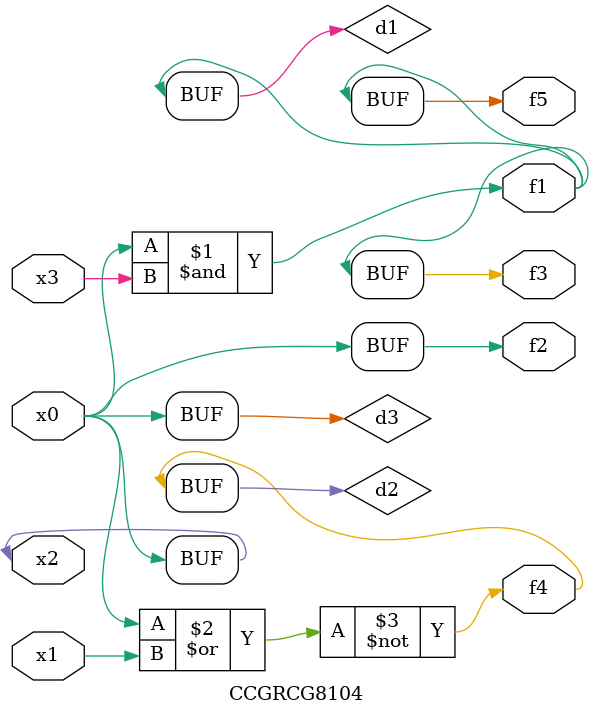
<source format=v>
module CCGRCG8104(
	input x0, x1, x2, x3,
	output f1, f2, f3, f4, f5
);

	wire d1, d2, d3;

	and (d1, x2, x3);
	nor (d2, x0, x1);
	buf (d3, x0, x2);
	assign f1 = d1;
	assign f2 = d3;
	assign f3 = d1;
	assign f4 = d2;
	assign f5 = d1;
endmodule

</source>
